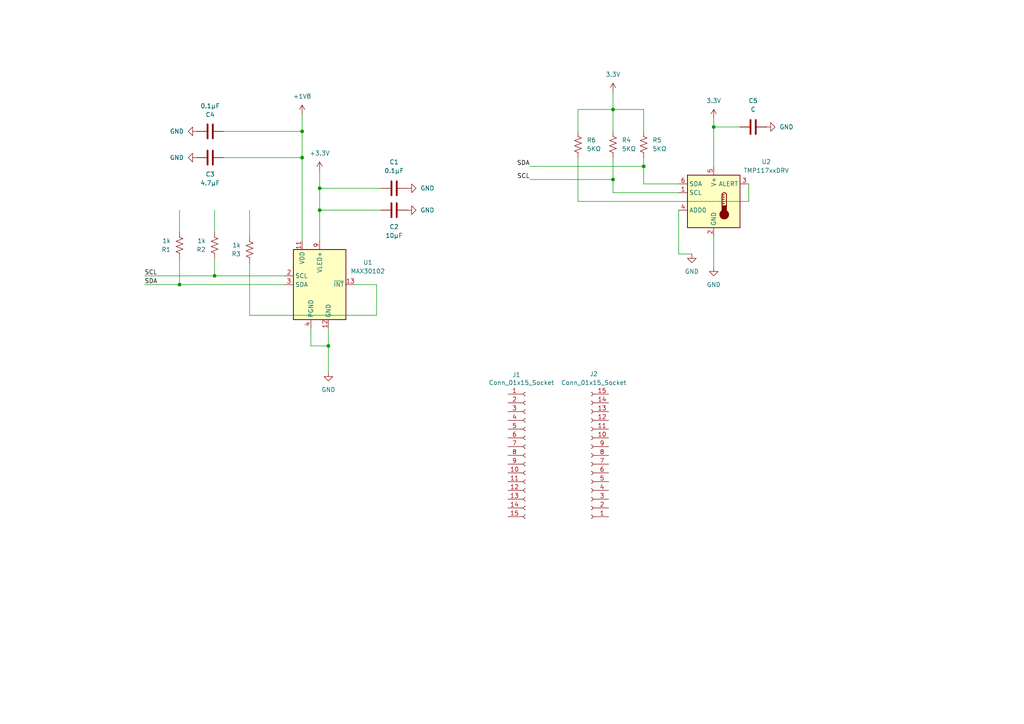
<source format=kicad_sch>
(kicad_sch (version 20250114) (generator "eeschema") (generator_version "9.0")
  (paper "A4")
  (lib_symbols
    (symbol "Connector:Conn_01x15_Socket" (pin_names (offset 1.016) (hide yes))
      (property "Reference" "J" (at 0 20.32 0))
      (property "Value" "Conn_01x15_Socket" (at 0 -20.32 0))
      (symbol "Conn_01x15_Socket_1_1"
        (polyline (pts (xy -1.27 17.78) (xy -0.508 17.78)) (stroke (width 0.1524)))
        (polyline (pts (xy -1.27 15.24) (xy -0.508 15.24)) (stroke (width 0.1524)))
        (polyline (pts (xy -1.27 12.7) (xy -0.508 12.7)) (stroke (width 0.1524)))
        (polyline (pts (xy -1.27 10.16) (xy -0.508 10.16)) (stroke (width 0.1524)))
        (polyline (pts (xy -1.27 7.62) (xy -0.508 7.62)) (stroke (width 0.1524)))
        (polyline (pts (xy -1.27 5.08) (xy -0.508 5.08)) (stroke (width 0.1524)))
        (polyline (pts (xy -1.27 2.54) (xy -0.508 2.54)) (stroke (width 0.1524)))
        (polyline (pts (xy -1.27 0) (xy -0.508 0)) (stroke (width 0.1524)))
        (polyline (pts (xy -1.27 -2.54) (xy -0.508 -2.54)) (stroke (width 0.1524)))
        (polyline (pts (xy -1.27 -5.08) (xy -0.508 -5.08)) (stroke (width 0.1524)))
        (polyline (pts (xy -1.27 -7.62) (xy -0.508 -7.62)) (stroke (width 0.1524)))
        (polyline (pts (xy -1.27 -10.16) (xy -0.508 -10.16)) (stroke (width 0.1524)))
        (polyline (pts (xy -1.27 -12.7) (xy -0.508 -12.7)) (stroke (width 0.1524)))
        (polyline (pts (xy -1.27 -15.24) (xy -0.508 -15.24)) (stroke (width 0.1524)))
        (polyline (pts (xy -1.27 -17.78) (xy -0.508 -17.78)) (stroke (width 0.1524)))
        (arc (start 0 17.272) (mid -0.5058 17.78) (end 0 18.288) (stroke (width 0.1524)))
        (arc (start 0 14.732) (mid -0.5058 15.24) (end 0 15.748) (stroke (width 0.1524)))
        (arc (start 0 12.192) (mid -0.5058 12.7) (end 0 13.208) (stroke (width 0.1524)))
        (arc (start 0 9.652) (mid -0.5058 10.16) (end 0 10.668) (stroke (width 0.1524)))
        (arc (start 0 7.112) (mid -0.5058 7.62) (end 0 8.128) (stroke (width 0.1524)))
        (arc (start 0 4.572) (mid -0.5058 5.08) (end 0 5.588) (stroke (width 0.1524)))
        (arc (start 0 2.032) (mid -0.5058 2.54) (end 0 3.048) (stroke (width 0.1524)))
        (arc (start 0 -0.508) (mid -0.5058 0) (end 0 0.508) (stroke (width 0.1524)))
        (arc (start 0 -3.048) (mid -0.5058 -2.54) (end 0 -2.032) (stroke (width 0.1524)))
        (arc (start 0 -5.588) (mid -0.5058 -5.08) (end 0 -4.572) (stroke (width 0.1524)))
        (arc (start 0 -8.128) (mid -0.5058 -7.62) (end 0 -7.112) (stroke (width 0.1524)))
        (arc (start 0 -10.668) (mid -0.5058 -10.16) (end 0 -9.652) (stroke (width 0.1524)))
        (arc (start 0 -13.208) (mid -0.5058 -12.7) (end 0 -12.192) (stroke (width 0.1524)))
        (arc (start 0 -15.748) (mid -0.5058 -15.24) (end 0 -14.732) (stroke (width 0.1524)))
        (arc (start 0 -18.288) (mid -0.5058 -17.78) (end 0 -17.272) (stroke (width 0.1524)))
        (pin passive line (at -5.08 17.78 0) (length 3.81) (name "Pin_1") (number "1"))
        (pin passive line (at -5.08 15.24 0) (length 3.81) (name "Pin_2") (number "2"))
        (pin passive line (at -5.08 12.7 0) (length 3.81) (name "Pin_3") (number "3"))
        (pin passive line (at -5.08 10.16 0) (length 3.81) (name "Pin_4") (number "4"))
        (pin passive line (at -5.08 7.62 0) (length 3.81) (name "Pin_5") (number "5"))
        (pin passive line (at -5.08 5.08 0) (length 3.81) (name "Pin_6") (number "6"))
        (pin passive line (at -5.08 2.54 0) (length 3.81) (name "Pin_7") (number "7"))
        (pin passive line (at -5.08 0 0) (length 3.81) (name "Pin_8") (number "8"))
        (pin passive line (at -5.08 -2.54 0) (length 3.81) (name "Pin_9") (number "9"))
        (pin passive line (at -5.08 -5.08 0) (length 3.81) (name "Pin_10") (number "10"))
        (pin passive line (at -5.08 -7.62 0) (length 3.81) (name "Pin_11") (number "11"))
        (pin passive line (at -5.08 -10.16 0) (length 3.81) (name "Pin_12") (number "12"))
        (pin passive line (at -5.08 -12.7 0) (length 3.81) (name "Pin_13") (number "13"))
        (pin passive line (at -5.08 -15.24 0) (length 3.81) (name "Pin_14") (number "14"))
        (pin passive line (at -5.08 -17.78 0) (length 3.81) (name "Pin_15") (number "15"))
      )
    )
    (symbol "Device:C" (pin_numbers (hide yes)) (pin_names (offset 0.254))
      (property "Reference" "C" (at 0.635 2.54 0))
      (property "Value" "C" (at 0.635 -2.54 0))
      (symbol "C_0_1"
        (polyline (pts (xy -2.032 0.762) (xy 2.032 0.762)) (stroke (width 0.508)))
        (polyline (pts (xy -2.032 -0.762) (xy 2.032 -0.762)) (stroke (width 0.508)))
      )
      (symbol "C_1_1"
        (pin passive line (at 0 3.81 270) (length 2.794) (name "~") (number "1"))
        (pin passive line (at 0 -3.81 90) (length 2.794) (name "~") (number "2"))
      )
    )
    (symbol "Device:R_US" (pin_numbers (hide yes)) (pin_names (offset 0))
      (property "Reference" "R" (at 2.54 0 90))
      (property "Value" "R_US" (at -2.54 0 90))
      (symbol "R_US_0_1"
        (polyline (pts (xy 0 2.286) (xy 0 2.54)))
        (polyline (pts (xy 0 2.286) (xy 1.016 1.905) (xy 0 1.524) (xy -1.016 1.143) (xy 0 0.762)))
        (polyline (pts (xy 0 0.762) (xy 1.016 0.381) (xy 0 0) (xy -1.016 -0.381) (xy 0 -0.762)))
        (polyline (pts (xy 0 -0.762) (xy 1.016 -1.143) (xy 0 -1.524) (xy -1.016 -1.905) (xy 0 -2.286)))
        (polyline (pts (xy 0 -2.286) (xy 0 -2.54)))
      )
      (symbol "R_US_1_1"
        (pin passive line (at 0 3.81 270) (length 1.27) (name "~") (number "1"))
        (pin passive line (at 0 -3.81 90) (length 1.27) (name "~") (number "2"))
      )
    )
    (symbol "Sensor:MAX30102"
      (property "Reference" "U" (at 7.62 15.24 0))
      (property "Value" "MAX30102" (at 7.62 12.7 0))
      (symbol "MAX30102_0_1"
        (rectangle (start -7.62 10.16) (end 7.62 -10.16) (stroke (width 0.254)) (fill (type background)))
      )
      (symbol "MAX30102_1_1"
        (pin input line (at -10.16 2.54 0) (length 2.54) (name "SCL") (number "2"))
        (pin bidirectional line (at -10.16 0 0) (length 2.54) (name "SDA") (number "3"))
        (pin no_connect line (at -7.62 5.08 0) (length 2.54) (hide yes) (name "NC") (number "1"))
        (pin no_connect line (at -7.62 -2.54 0) (length 2.54) (hide yes) (name "NC") (number "7"))
        (pin power_in line (at -5.08 12.7 270) (length 2.54) (name "VDD") (number "11"))
        (pin power_in line (at -2.54 -12.7 90) (length 2.54) (name "PGND") (number "4"))
        (pin passive line (at 0 12.7 270) (length 2.54) (hide yes) (name "VLED+") (number "10"))
        (pin power_in line (at 0 12.7 270) (length 2.54) (name "VLED+") (number "9"))
        (pin power_in line (at 2.54 -12.7 90) (length 2.54) (name "GND") (number "12"))
        (pin no_connect line (at 7.62 5.08 180) (length 2.54) (hide yes) (name "NC") (number "8"))
        (pin no_connect line (at 7.62 2.54 180) (length 2.54) (hide yes) (name "NC") (number "14"))
        (pin no_connect line (at 7.62 -5.08 180) (length 2.54) (hide yes) (name "NC") (number "6"))
        (pin no_connect line (at 7.62 -7.62 180) (length 2.54) (hide yes) (name "NC") (number "5"))
        (pin output line (at 10.16 0 180) (length 2.54) (name "~{INT}") (number "13"))
      )
    )
    (symbol "Sensor_Temperature:TMP117xxDRV"
      (property "Reference" "U" (at -2.54 10.795 0))
      (property "Value" "TMP117xxDRV" (at -2.54 8.89 0))
      (symbol "TMP117xxDRV_0_1"
        (rectangle (start -7.62 7.62) (end 7.62 -7.62) (stroke (width 0.254)) (fill (type background)))
      )
      (symbol "TMP117xxDRV_1_1"
        (polyline (pts (xy 2.413 1.905) (xy 2.413 -1.27)) (stroke (width 0.254)))
        (polyline (pts (xy 2.413 1.905) (xy 3.048 1.905)) (stroke (width 0.254)))
        (polyline (pts (xy 2.413 1.27) (xy 3.048 1.27)) (stroke (width 0.254)))
        (polyline (pts (xy 2.413 0.635) (xy 3.048 0.635)) (stroke (width 0.254)))
        (polyline (pts (xy 2.413 0) (xy 3.048 0)) (stroke (width 0.254)))
        (polyline (pts (xy 2.413 -0.635) (xy 3.048 -0.635)) (stroke (width 0.254)))
        (arc (start 2.413 1.905) (mid 3.048 2.5373) (end 3.683 1.905) (stroke (width 0.254)))
        (circle (center 3.048 -3.81) (radius 1.27) (stroke (width 0.254)) (fill (type outline)))
        (polyline (pts (xy 3.683 1.905) (xy 3.683 -1.27)) (stroke (width 0.254)))
        (rectangle (start 3.683 -3.175) (end 2.413 -1.27) (stroke (width 0.254)) (fill (type outline)))
        (pin bidirectional line (at -10.16 5.08 0) (length 2.54) (name "SDA") (number "6"))
        (pin input line (at -10.16 2.54 0) (length 2.54) (name "SCL") (number "1"))
        (pin input line (at -10.16 -2.54 0) (length 2.54) (name "ADD0") (number "4"))
        (pin power_in line (at 0 10.16 270) (length 2.54) (name "V+") (number "5"))
        (pin power_in line (at 0 -10.16 90) (length 2.54) (name "GND") (number "2"))
        (pin open_collector line (at 10.16 5.08 180) (length 2.54) (name "ALERT") (number "3"))
      )
    )
    (symbol "power:+1V8" (power) (pin_numbers (hide yes)) (pin_names (offset 0) (hide yes))
      (property "Value" "+1V8" (at 0 3.556 0))
      (symbol "+1V8_0_1"
        (polyline (pts (xy -0.762 1.27) (xy 0 2.54)))
        (polyline (pts (xy 0 2.54) (xy 0.762 1.27)))
        (polyline (pts (xy 0 0) (xy 0 2.54)))
      )
      (symbol "+1V8_1_1"
        (pin power_in line (at 0 0 90) (length 0) (name "~") (number "1"))
      )
    )
    (symbol "power:+3.3V" (power) (pin_numbers (hide yes)) (pin_names (offset 0) (hide yes))
      (property "Value" "+3.3V" (at 0 3.556 0))
      (symbol "+3.3V_0_1"
        (polyline (pts (xy -0.762 1.27) (xy 0 2.54)))
        (polyline (pts (xy 0 2.54) (xy 0.762 1.27)))
        (polyline (pts (xy 0 0) (xy 0 2.54)))
      )
      (symbol "+3.3V_1_1"
        (pin power_in line (at 0 0 90) (length 0) (name "~") (number "1"))
      )
    )
    (symbol "power:+5V" (power) (pin_numbers (hide yes)) (pin_names (offset 0) (hide yes))
      (property "Value" "+5V" (at 0 3.556 0))
      (symbol "+5V_0_1"
        (polyline (pts (xy -0.762 1.27) (xy 0 2.54)))
        (polyline (pts (xy 0 2.54) (xy 0.762 1.27)))
        (polyline (pts (xy 0 0) (xy 0 2.54)))
      )
      (symbol "+5V_1_1"
        (pin power_in line (at 0 0 90) (length 0) (name "~") (number "1"))
      )
    )
    (symbol "power:GND" (power) (pin_numbers (hide yes)) (pin_names (offset 0) (hide yes))
      (property "Value" "GND" (at 0 -3.81 0))
      (symbol "GND_0_1"
        (polyline (pts (xy 0 0) (xy 0 -1.27) (xy 1.27 -1.27) (xy 0 -2.54) (xy -1.27 -1.27) (xy 0 -1.27)))
      )
      (symbol "GND_1_1"
        (pin power_in line (at 0 0 270) (length 0) (name "~") (number "1"))
      )
    )
  )
  (junction (at 62.23 80.01))
  (junction (at 87.63 38.1))
  (junction (at 95.25 100.33))
  (junction (at 207.01 36.83))
  (junction (at 177.8 52.07))
  (junction (at 186.69 48.26))
  (junction (at 92.71 54.61))
  (junction (at 52.07 82.55))
  (junction (at 177.8 31.75))
  (junction (at 87.63 45.72))
  (junction (at 92.71 60.96))
  (wire (pts (xy 41.91 80.01) (xy 62.23 80.01)))
  (wire (pts (xy 87.63 45.72) (xy 87.63 69.85)))
  (wire (pts (xy 207.01 68.58) (xy 207.01 77.47)))
  (wire (pts (xy 72.39 60.96) (xy 72.39 68.58)))
  (wire (pts (xy 167.64 45.72) (xy 167.64 58.42)))
  (wire (pts (xy 87.63 33.02) (xy 87.63 38.1)))
  (wire (pts (xy 167.64 58.42) (xy 217.17 58.42)))
  (wire (pts (xy 186.69 31.75) (xy 186.69 38.1)))
  (wire (pts (xy 167.64 31.75) (xy 167.64 38.1)))
  (wire (pts (xy 92.71 60.96) (xy 92.71 69.85)))
  (wire (pts (xy 62.23 60.96) (xy 62.23 67.31)))
  (wire (pts (xy 153.67 48.26) (xy 186.69 48.26)))
  (wire (pts (xy 41.91 82.55) (xy 52.07 82.55)))
  (wire (pts (xy 177.8 31.75) (xy 186.69 31.75)))
  (wire (pts (xy 90.17 95.25) (xy 90.17 100.33)))
  (wire (pts (xy 92.71 49.53) (xy 92.71 54.61)))
  (wire (pts (xy 177.8 52.07) (xy 177.8 55.88)))
  (wire (pts (xy 196.85 53.34) (xy 186.69 53.34)))
  (wire (pts (xy 90.17 100.33) (xy 95.25 100.33)))
  (wire (pts (xy 92.71 60.96) (xy 110.49 60.96)))
  (wire (pts (xy 52.07 82.55) (xy 82.55 82.55)))
  (wire (pts (xy 62.23 74.93) (xy 62.23 80.01)))
  (wire (pts (xy 64.77 45.72) (xy 87.63 45.72)))
  (wire (pts (xy 207.01 36.83) (xy 207.01 48.26)))
  (wire (pts (xy 92.71 54.61) (xy 110.49 54.61)))
  (wire (pts (xy 64.77 38.1) (xy 87.63 38.1)))
  (wire (pts (xy 95.25 95.25) (xy 95.25 100.33)))
  (wire (pts (xy 177.8 31.75) (xy 177.8 38.1)))
  (wire (pts (xy 109.22 91.44) (xy 72.39 91.44)))
  (wire (pts (xy 177.8 45.72) (xy 177.8 52.07)))
  (wire (pts (xy 177.8 26.67) (xy 177.8 31.75)))
  (wire (pts (xy 167.64 31.75) (xy 177.8 31.75)))
  (wire (pts (xy 186.69 48.26) (xy 186.69 53.34)))
  (wire (pts (xy 153.67 52.07) (xy 177.8 52.07)))
  (wire (pts (xy 87.63 38.1) (xy 87.63 45.72)))
  (wire (pts (xy 196.85 55.88) (xy 177.8 55.88)))
  (wire (pts (xy 207.01 34.29) (xy 207.01 36.83)))
  (wire (pts (xy 186.69 45.72) (xy 186.69 48.26)))
  (wire (pts (xy 95.25 100.33) (xy 95.25 107.95)))
  (wire (pts (xy 200.66 73.66) (xy 196.85 73.66)))
  (wire (pts (xy 92.71 54.61) (xy 92.71 60.96)))
  (wire (pts (xy 207.01 36.83) (xy 214.63 36.83)))
  (wire (pts (xy 196.85 73.66) (xy 196.85 60.96)))
  (wire (pts (xy 52.07 74.93) (xy 52.07 82.55)))
  (wire (pts (xy 217.17 53.34) (xy 217.17 58.42)))
  (wire (pts (xy 62.23 80.01) (xy 82.55 80.01)))
  (wire (pts (xy 109.22 82.55) (xy 102.87 82.55)))
  (wire (pts (xy 72.39 76.2) (xy 72.39 91.44)))
  (wire (pts (xy 52.07 60.96) (xy 52.07 67.31)))
  (wire (pts (xy 109.22 82.55) (xy 109.22 91.44)))
  (label "SDA" (at 41.91 82.55 0))
  (label "SDA" (at 153.67 48.26 180))
  (label "SCL" (at 153.67 52.07 180))
  (label "SCL" (at 41.91 80.01 0))
  (symbol (lib_id "Device:R_US") (at 52.07 71.12 180) (unit 1)
    (property "Reference" "R1" (at 49.53 72.3901 0) (effects (justify left)))
    (property "Value" "1k" (at 49.53 69.8501 0) (effects (justify left)))
    (property "Description" "Resistor, US symbol" (effects (hide yes)))
  )
  (symbol (lib_id "power:GND") (at 57.15 38.1 270) (unit 1)
    (property "Reference" "#PWR04" (effects (hide yes)))
    (property "Value" "GND" (at 53.34 38.0999 90) (effects (justify right)))
    (property "Description" "Power symbol creates a global label with name \"GND\" , ground" (effects (hide yes)))
  )
  (symbol (lib_id "power:GND") (at 222.25 36.83 90) (unit 1)
    (property "Reference" "#PWR011" (effects (hide yes)))
    (property "Value" "GND" (at 226.06 36.8299 90) (effects (justify right)))
    (property "Description" "Power symbol creates a global label with name \"GND\" , ground" (effects (hide yes)))
  )
  (symbol (lib_id "Device:R_US") (at 167.64 41.91 0) (unit 1)
    (property "Reference" "R6" (at 170.18 40.6399 0) (effects (justify left)))
    (property "Value" "5KΩ" (at 170.18 43.1799 0) (effects (justify left)))
    (property "Description" "Resistor, US symbol" (effects (hide yes)))
  )
  (symbol (lib_id "power:+1V8") (at 87.63 33.02 0) (unit 1)
    (property "Reference" "#PWR03" (effects (hide yes)))
    (property "Value" "+1V8" (at 87.63 27.94 0))
    (property "Description" "Power symbol creates a global label with name \"+1V8\"" (effects (hide yes)))
  )
  (symbol (lib_id "power:+5V") (at 207.01 34.29 0) (unit 1)
    (property "Reference" "#PWR010" (effects (hide yes)))
    (property "Value" "3.3V" (at 207.01 29.21 0))
    (property "Description" "Power symbol creates a global label with name \"+5V\"" (effects (hide yes)))
  )
  (symbol (lib_id "Device:R_US") (at 72.39 72.39 180) (unit 1)
    (property "Reference" "R3" (at 69.85 73.6601 0) (effects (justify left)))
    (property "Value" "1k" (at 69.85 71.1201 0) (effects (justify left)))
    (property "Description" "Resistor, US symbol" (effects (hide yes)))
  )
  (symbol (lib_id "Sensor_Temperature:TMP117xxDRV") (at 207.01 58.42 0) (unit 1)
    (property "Reference" "U2" (at 222.25 46.9198 0))
    (property "Value" "TMP117xxDRV" (at 222.25 49.4598 0))
    (property "Footprint" "Package_SON:WSON-6-1EP_2x2mm_P0.65mm_EP1x1.6mm" (effects (hide yes)))
    (property "Datasheet" "https://www.ti.com/lit/ds/symlink/tmp117.pdf" (effects (hide yes)))
    (property "Description" "Digital Temperature Sensor with I2C/SMBus Interface, 16 bits, ±0.3°C, one-shot conversion, alert, nist traceable, EEPROM, WSON" (effects (hide yes)))
  )
  (symbol (lib_id "Device:C") (at 218.44 36.83 90) (unit 1)
    (property "Reference" "C5" (at 218.44 29.21 90))
    (property "Value" "C" (at 218.44 31.75 90))
    (property "Description" "Unpolarized capacitor" (effects (hide yes)))
  )
  (symbol (lib_id "Device:C") (at 60.96 45.72 90) (unit 1)
    (property "Reference" "C3" (at 60.96 50.546 90))
    (property "Value" "4.7µF" (at 60.96 53.086 90))
    (property "Description" "Unpolarized capacitor" (effects (hide yes)))
  )
  (symbol (lib_id "Device:R_US") (at 177.8 41.91 0) (unit 1)
    (property "Reference" "R4" (at 180.34 40.6399 0) (effects (justify left)))
    (property "Value" "5KΩ" (at 180.34 43.1799 0) (effects (justify left)))
    (property "Description" "Resistor, US symbol" (effects (hide yes)))
  )
  (symbol (lib_id "Device:C") (at 114.3 54.61 90) (unit 1)
    (property "Reference" "C1" (at 114.3 46.99 90))
    (property "Value" "0.1µF" (at 114.3 49.53 90))
    (property "Description" "Unpolarized capacitor" (effects (hide yes)))
  )
  (symbol (lib_id "power:+5V") (at 177.8 26.67 0) (unit 1)
    (property "Reference" "#PWR012" (effects (hide yes)))
    (property "Value" "3.3V" (at 177.8 21.59 0))
    (property "Description" "Power symbol creates a global label with name \"+5V\"" (effects (hide yes)))
  )
  (symbol (lib_id "Connector:Conn_01x15_Socket") (at 152.4 132.08 0) (unit 1)
    (property "Reference" "J1" (at 148.59 108.712 0) (effects (justify left)))
    (property "Value" "Conn_01x15_Socket" (at 141.732 110.998 0) (effects (justify left)))
    (property "Description" "Generic connector, single row, 01x15, script generated" (effects (hide yes)))
  )
  (symbol (lib_id "power:GND") (at 57.15 45.72 270) (unit 1)
    (property "Reference" "#PWR05" (effects (hide yes)))
    (property "Value" "GND" (at 53.34 45.7199 90) (effects (justify right)))
    (property "Description" "Power symbol creates a global label with name \"GND\" , ground" (effects (hide yes)))
  )
  (symbol (lib_id "Device:R_US") (at 62.23 71.12 180) (unit 1)
    (property "Reference" "R2" (at 59.69 72.3901 0) (effects (justify left)))
    (property "Value" "1k" (at 59.69 69.8501 0) (effects (justify left)))
    (property "Description" "Resistor, US symbol" (effects (hide yes)))
  )
  (symbol (lib_id "Device:C") (at 60.96 38.1 270) (unit 1)
    (property "Reference" "C4" (at 60.96 33.274 90))
    (property "Value" "0.1µF" (at 60.96 30.734 90))
    (property "Description" "Unpolarized capacitor" (effects (hide yes)))
  )
  (symbol (lib_id "Device:C") (at 114.3 60.96 90) (unit 1)
    (property "Reference" "C2" (at 114.3 65.786 90))
    (property "Value" "10µF" (at 114.3 68.326 90))
    (property "Description" "Unpolarized capacitor" (effects (hide yes)))
  )
  (symbol (lib_id "power:GND") (at 207.01 77.47 0) (unit 1)
    (property "Reference" "#PWR08" (effects (hide yes)))
    (property "Value" "GND" (at 207.01 82.55 0))
    (property "Description" "Power symbol creates a global label with name \"GND\" , ground" (effects (hide yes)))
  )
  (symbol (lib_id "Sensor:MAX30102") (at 92.71 82.55 0) (unit 1)
    (property "Reference" "U1" (at 106.68 76.1298 0))
    (property "Value" "MAX30102" (at 106.68 78.6698 0))
    (property "Footprint" "OptoDevice:Maxim_OLGA-14_3.3x5.6mm_P0.8mm" (effects (hide yes)))
    (property "Datasheet" "https://datasheets.maximintegrated.com/en/ds/MAX30102.pdf" (effects (hide yes)))
    (property "Description" "Heart Rate Sensor, 14-OLGA" (effects (hide yes)))
  )
  (symbol (lib_id "power:GND") (at 118.11 60.96 90) (unit 1)
    (property "Reference" "#PWR07" (effects (hide yes)))
    (property "Value" "GND" (at 121.92 60.9599 90) (effects (justify right)))
    (property "Description" "Power symbol creates a global label with name \"GND\" , ground" (effects (hide yes)))
  )
  (symbol (lib_id "power:GND") (at 118.11 54.61 90) (unit 1)
    (property "Reference" "#PWR06" (effects (hide yes)))
    (property "Value" "GND" (at 121.92 54.6099 90) (effects (justify right)))
    (property "Description" "Power symbol creates a global label with name \"GND\" , ground" (effects (hide yes)))
  )
  (symbol (lib_id "power:GND") (at 95.25 107.95 0) (unit 1)
    (property "Reference" "#PWR01" (effects (hide yes)))
    (property "Value" "GND" (at 95.25 113.03 0))
    (property "Description" "Power symbol creates a global label with name \"GND\" , ground" (effects (hide yes)))
  )
  (symbol (lib_id "power:+3.3V") (at 92.71 49.53 0) (unit 1)
    (property "Reference" "#PWR02" (effects (hide yes)))
    (property "Value" "+3.3V" (at 92.71 44.45 0))
    (property "Description" "Power symbol creates a global label with name \"+3.3V\"" (effects (hide yes)))
  )
  (symbol (lib_id "Connector:Conn_01x15_Socket") (at 171.45 132.08 180) (unit 1)
    (property "Reference" "J2" (at 172.212 108.458 0))
    (property "Value" "Conn_01x15_Socket" (at 172.212 110.998 0))
    (property "Description" "Generic connector, single row, 01x15, script generated" (effects (hide yes)))
  )
  (symbol (lib_id "power:GND") (at 200.66 73.66 0) (unit 1)
    (property "Reference" "#PWR09" (effects (hide yes)))
    (property "Value" "GND" (at 200.66 78.74 0))
    (property "Description" "Power symbol creates a global label with name \"GND\" , ground" (effects (hide yes)))
  )
  (symbol (lib_id "Device:R_US") (at 186.69 41.91 0) (unit 1)
    (property "Reference" "R5" (at 189.23 40.6399 0) (effects (justify left)))
    (property "Value" "5KΩ" (at 189.23 43.1799 0) (effects (justify left)))
    (property "Description" "Resistor, US symbol" (effects (hide yes)))
  )
)
</source>
